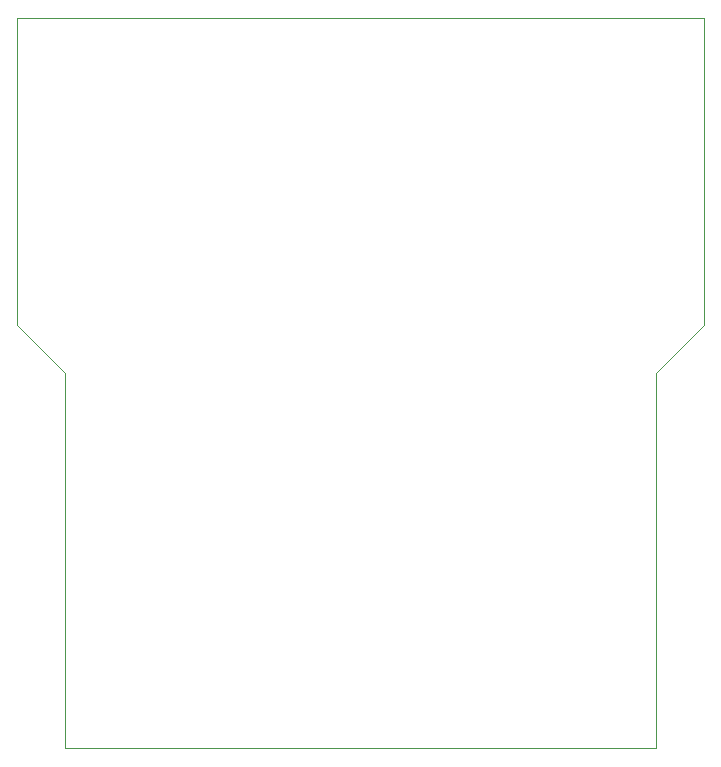
<source format=gbr>
%TF.GenerationSoftware,KiCad,Pcbnew,(5.1.10)-1*%
%TF.CreationDate,2022-10-09T17:15:07-05:00*%
%TF.ProjectId,switcher,73776974-6368-4657-922e-6b696361645f,A*%
%TF.SameCoordinates,Original*%
%TF.FileFunction,Profile,NP*%
%FSLAX46Y46*%
G04 Gerber Fmt 4.6, Leading zero omitted, Abs format (unit mm)*
G04 Created by KiCad (PCBNEW (5.1.10)-1) date 2022-10-09 17:15:07*
%MOMM*%
%LPD*%
G01*
G04 APERTURE LIST*
%TA.AperFunction,Profile*%
%ADD10C,0.050000*%
%TD*%
G04 APERTURE END LIST*
D10*
X128841500Y-98869500D02*
X124841000Y-94869000D01*
X178943000Y-98869500D02*
X182943500Y-94869000D01*
X124841000Y-68834000D02*
X182943500Y-68834000D01*
X182943500Y-94869000D02*
X182943500Y-68834000D01*
X124841000Y-94869000D02*
X124841000Y-68834000D01*
X128841500Y-98869500D02*
X128841500Y-130683000D01*
X178943000Y-130683000D02*
X178943000Y-98869500D01*
X128841500Y-130683000D02*
X178943000Y-130683000D01*
M02*

</source>
